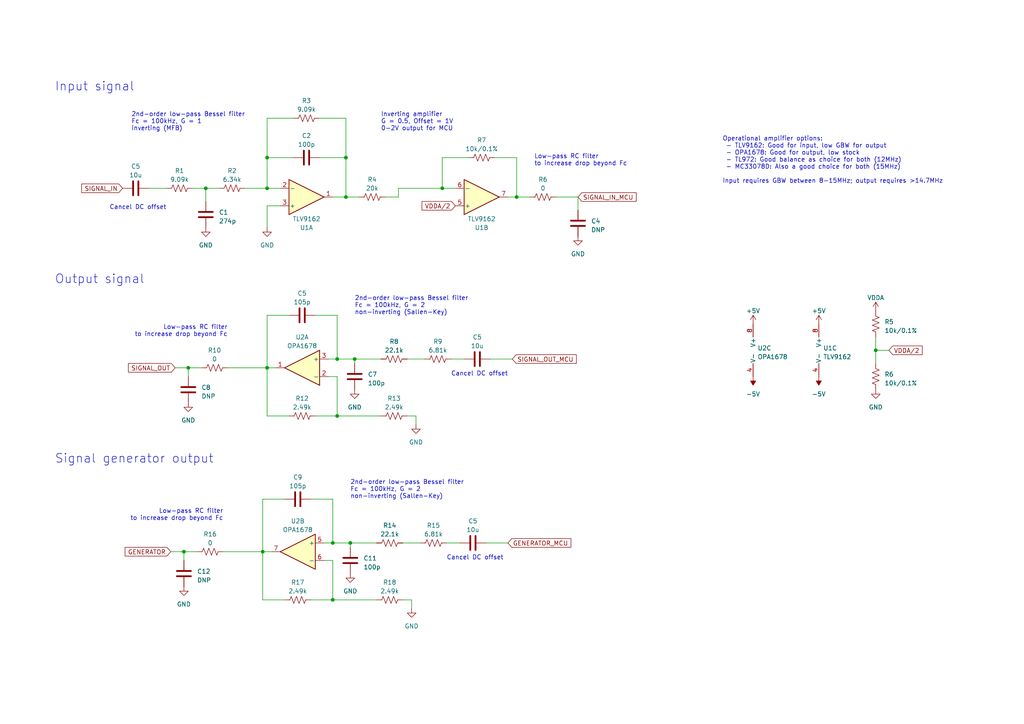
<source format=kicad_sch>
(kicad_sch (version 20230121) (generator eeschema)
  (paper "A4")
  (title_block (title "Analog signal transformation") (date "2023-08-08") (company "bitgloo") (comment 1 "Released under the CERN Open Hardware Licence Version 2 - Strongly Reciprocal"))
  (lib_symbols
    (symbol "Amplifier_Operational:TLV9062xD" (pin_names (offset 0.127))
      (property "Reference" "U" (at 2.54 6.35 0))
      (property "Value" "TLV9062xD" (at 2.54 3.81 0))
      (symbol "TLV9062xD_1_1"
        (polyline (pts (xy 5.08 0) (xy -5.08 5.08) (xy -5.08 -5.08) (xy 5.08 0)) (stroke (width 0.254)) (fill (type background)))
        (pin output line (at 7.62 0 180) (length 2.54) (name "~") (number "1"))
        (pin input line (at -7.62 -2.54 0) (length 2.54) (name "-") (number "2"))
        (pin input line (at -7.62 2.54 0) (length 2.54) (name "+") (number "3"))
      )
      (symbol "TLV9062xD_2_1"
        (polyline (pts (xy 5.08 0) (xy -5.08 5.08) (xy -5.08 -5.08) (xy 5.08 0)) (stroke (width 0.254)) (fill (type background)))
        (pin input line (at -7.62 2.54 0) (length 2.54) (name "+") (number "5"))
        (pin input line (at -7.62 -2.54 0) (length 2.54) (name "-") (number "6"))
        (pin output line (at 7.62 0 180) (length 2.54) (name "~") (number "7"))
      )
      (symbol "TLV9062xD_3_1"
        (pin power_in line (at 0 -7.62 90) (length 3.81) (name "V-") (number "4"))
        (pin power_in line (at 0 7.62 270) (length 3.81) (name "V+") (number "8"))
      )
    )
    (symbol "Device:C" (pin_numbers hide) (pin_names (offset 0.254))
      (property "Reference" "C" (at 0.635 2.54 0))
      (property "Value" "C" (at 0.635 -2.54 0))
      (symbol "C_0_1"
        (polyline (pts (xy -2.032 -0.762) (xy 2.032 -0.762)) (stroke (width 0.508)))
        (polyline (pts (xy -2.032 0.762) (xy 2.032 0.762)) (stroke (width 0.508)))
      )
      (symbol "C_1_1"
        (pin passive line (at 0 3.81 270) (length 2.794) (name "~") (number "1"))
        (pin passive line (at 0 -3.81 90) (length 2.794) (name "~") (number "2"))
      )
    )
    (symbol "Device:R_US" (pin_numbers hide) (pin_names (offset 0))
      (property "Reference" "R" (at 2.54 0 90))
      (property "Value" "R_US" (at -2.54 0 90))
      (symbol "R_US_0_1"
        (polyline (pts (xy 0 -2.286) (xy 0 -2.54)))
        (polyline (pts (xy 0 2.286) (xy 0 2.54)))
        (polyline (pts (xy 0 -0.762) (xy 1.016 -1.143) (xy 0 -1.524) (xy -1.016 -1.905) (xy 0 -2.286)))
        (polyline (pts (xy 0 0.762) (xy 1.016 0.381) (xy 0 0) (xy -1.016 -0.381) (xy 0 -0.762)))
        (polyline (pts (xy 0 2.286) (xy 1.016 1.905) (xy 0 1.524) (xy -1.016 1.143) (xy 0 0.762)))
      )
      (symbol "R_US_1_1"
        (pin passive line (at 0 3.81 270) (length 1.27) (name "~") (number "1"))
        (pin passive line (at 0 -3.81 90) (length 1.27) (name "~") (number "2"))
      )
    )
    (symbol "power:+5V" (power) (pin_names (offset 0))
      (property "Value" "+5V" (at 0 3.556 0))
      (symbol "+5V_0_1"
        (polyline (pts (xy -0.762 1.27) (xy 0 2.54)))
        (polyline (pts (xy 0 0) (xy 0 2.54)))
        (polyline (pts (xy 0 2.54) (xy 0.762 1.27)))
      )
      (symbol "+5V_1_1"
        (pin power_in line (at 0 0 90) (length 0) hide (name "+5V") (number "1"))
      )
    )
    (symbol "power:-5V" (power) (pin_names (offset 0))
      (property "Value" "-5V" (at 0 3.81 0))
      (symbol "-5V_0_0"
        (pin power_in line (at 0 0 90) (length 0) hide (name "-5V") (number "1"))
      )
      (symbol "-5V_0_1"
        (polyline (pts (xy 0 0) (xy 0 1.27) (xy 0.762 1.27) (xy 0 2.54) (xy -0.762 1.27) (xy 0 1.27)) (fill (type outline)))
      )
    )
    (symbol "power:GND" (power) (pin_names (offset 0))
      (property "Value" "GND" (at 0 -3.81 0))
      (symbol "GND_0_1"
        (polyline (pts (xy 0 0) (xy 0 -1.27) (xy 1.27 -1.27) (xy 0 -2.54) (xy -1.27 -1.27) (xy 0 -1.27)))
      )
      (symbol "GND_1_1"
        (pin power_in line (at 0 0 270) (length 0) hide (name "GND") (number "1"))
      )
    )
    (symbol "power:VDDA" (power) (pin_names (offset 0))
      (property "Value" "VDDA" (at 0 3.81 0))
      (symbol "VDDA_0_1"
        (polyline (pts (xy -0.762 1.27) (xy 0 2.54)))
        (polyline (pts (xy 0 0) (xy 0 2.54)))
        (polyline (pts (xy 0 2.54) (xy 0.762 1.27)))
      )
      (symbol "VDDA_1_1"
        (pin power_in line (at 0 0 90) (length 0) hide (name "VDDA") (number "1"))
      )
    )
  )
  (junction (at 76.2 160.02))
  (junction (at 96.52 173.99))
  (junction (at 254 101.6))
  (junction (at 77.47 45.72))
  (junction (at 97.79 104.14))
  (junction (at 102.87 104.14))
  (junction (at 77.47 106.68))
  (junction (at 100.33 45.72))
  (junction (at 149.86 57.15))
  (junction (at 54.61 106.68))
  (junction (at 128.27 54.61))
  (junction (at 97.79 120.65))
  (junction (at 101.6 157.48))
  (junction (at 100.33 57.15))
  (junction (at 77.47 54.61))
  (junction (at 53.34 160.02))
  (junction (at 96.52 157.48))
  (junction (at 59.69 54.61))
  (wire (pts (xy 128.27 54.61) (xy 115.57 54.61)))
  (wire (pts (xy 57.15 160.02) (xy 53.34 160.02)))
  (wire (pts (xy 161.29 57.15) (xy 167.64 57.15)))
  (wire (pts (xy 129.54 157.48) (xy 133.35 157.48)))
  (wire (pts (xy 140.97 157.48) (xy 147.32 157.48)))
  (wire (pts (xy 55.88 54.61) (xy 59.69 54.61)))
  (wire (pts (xy 147.32 57.15) (xy 149.86 57.15)))
  (wire (pts (xy 77.47 106.68) (xy 77.47 120.65)))
  (wire (pts (xy 119.38 176.53) (xy 119.38 173.99)))
  (wire (pts (xy 100.33 34.29) (xy 100.33 45.72)))
  (wire (pts (xy 43.18 54.61) (xy 48.26 54.61)))
  (wire (pts (xy 142.24 104.14) (xy 148.59 104.14)))
  (wire (pts (xy 77.47 106.68) (xy 77.47 91.44)))
  (wire (pts (xy 97.79 104.14) (xy 102.87 104.14)))
  (wire (pts (xy 81.28 59.69) (xy 77.47 59.69)))
  (wire (pts (xy 96.52 157.48) (xy 96.52 144.78)))
  (wire (pts (xy 85.09 45.72) (xy 77.47 45.72)))
  (wire (pts (xy 254 101.6) (xy 254 105.41)))
  (wire (pts (xy 102.87 104.14) (xy 102.87 105.41)))
  (wire (pts (xy 58.42 106.68) (xy 54.61 106.68)))
  (wire (pts (xy 53.34 160.02) (xy 53.34 162.56)))
  (wire (pts (xy 50.8 106.68) (xy 54.61 106.68)))
  (wire (pts (xy 101.6 157.48) (xy 109.22 157.48)))
  (wire (pts (xy 54.61 106.68) (xy 54.61 109.22)))
  (wire (pts (xy 115.57 54.61) (xy 115.57 57.15)))
  (wire (pts (xy 97.79 120.65) (xy 110.49 120.65)))
  (wire (pts (xy 64.77 160.02) (xy 76.2 160.02)))
  (wire (pts (xy 77.47 120.65) (xy 83.82 120.65)))
  (wire (pts (xy 76.2 173.99) (xy 82.55 173.99)))
  (wire (pts (xy 76.2 160.02) (xy 76.2 144.78)))
  (wire (pts (xy 101.6 157.48) (xy 101.6 158.75)))
  (wire (pts (xy 130.81 104.14) (xy 134.62 104.14)))
  (wire (pts (xy 66.04 106.68) (xy 77.47 106.68)))
  (wire (pts (xy 120.65 123.19) (xy 120.65 120.65)))
  (wire (pts (xy 76.2 144.78) (xy 82.55 144.78)))
  (wire (pts (xy 77.47 34.29) (xy 77.47 45.72)))
  (wire (pts (xy 96.52 173.99) (xy 109.22 173.99)))
  (wire (pts (xy 167.64 60.96) (xy 167.64 57.15)))
  (wire (pts (xy 49.53 160.02) (xy 53.34 160.02)))
  (wire (pts (xy 96.52 162.56) (xy 96.52 173.99)))
  (wire (pts (xy 93.98 157.48) (xy 96.52 157.48)))
  (wire (pts (xy 119.38 173.99) (xy 116.84 173.99)))
  (wire (pts (xy 149.86 57.15) (xy 153.67 57.15)))
  (wire (pts (xy 100.33 45.72) (xy 100.33 57.15)))
  (wire (pts (xy 149.86 45.72) (xy 149.86 57.15)))
  (wire (pts (xy 254 101.6) (xy 257.81 101.6)))
  (wire (pts (xy 95.25 104.14) (xy 97.79 104.14)))
  (wire (pts (xy 96.52 57.15) (xy 100.33 57.15)))
  (wire (pts (xy 59.69 54.61) (xy 59.69 58.42)))
  (wire (pts (xy 96.52 157.48) (xy 101.6 157.48)))
  (wire (pts (xy 120.65 120.65) (xy 118.11 120.65)))
  (wire (pts (xy 76.2 160.02) (xy 78.74 160.02)))
  (wire (pts (xy 96.52 144.78) (xy 90.17 144.78)))
  (wire (pts (xy 77.47 54.61) (xy 81.28 54.61)))
  (wire (pts (xy 132.08 54.61) (xy 128.27 54.61)))
  (wire (pts (xy 77.47 106.68) (xy 80.01 106.68)))
  (wire (pts (xy 77.47 59.69) (xy 77.47 66.04)))
  (wire (pts (xy 254 97.79) (xy 254 101.6)))
  (wire (pts (xy 111.76 57.15) (xy 115.57 57.15)))
  (wire (pts (xy 118.11 104.14) (xy 123.19 104.14)))
  (wire (pts (xy 95.25 109.22) (xy 97.79 109.22)))
  (wire (pts (xy 100.33 57.15) (xy 104.14 57.15)))
  (wire (pts (xy 85.09 34.29) (xy 77.47 34.29)))
  (wire (pts (xy 128.27 45.72) (xy 128.27 54.61)))
  (wire (pts (xy 77.47 91.44) (xy 83.82 91.44)))
  (wire (pts (xy 116.84 157.48) (xy 121.92 157.48)))
  (wire (pts (xy 93.98 162.56) (xy 96.52 162.56)))
  (wire (pts (xy 71.12 54.61) (xy 77.47 54.61)))
  (wire (pts (xy 102.87 104.14) (xy 110.49 104.14)))
  (wire (pts (xy 77.47 45.72) (xy 77.47 54.61)))
  (wire (pts (xy 92.71 34.29) (xy 100.33 34.29)))
  (wire (pts (xy 91.44 120.65) (xy 97.79 120.65)))
  (wire (pts (xy 97.79 104.14) (xy 97.79 91.44)))
  (wire (pts (xy 97.79 109.22) (xy 97.79 120.65)))
  (wire (pts (xy 90.17 173.99) (xy 96.52 173.99)))
  (wire (pts (xy 135.89 45.72) (xy 128.27 45.72)))
  (wire (pts (xy 59.69 54.61) (xy 63.5 54.61)))
  (wire (pts (xy 143.51 45.72) (xy 149.86 45.72)))
  (wire (pts (xy 97.79 91.44) (xy 91.44 91.44)))
  (wire (pts (xy 76.2 160.02) (xy 76.2 173.99)))
  (wire (pts (xy 92.71 45.72) (xy 100.33 45.72)))
  (text "Cancel DC offset" (at 31.75 60.96 0) (effects (font (size 1.27 1.27)) (justify left bottom)))
  (text "2nd-order low-pass Bessel filter\nFc = 100kHz, G = 2\nnon-inverting (Sallen-Key)" (at 102.87 91.44 0) (effects (font (size 1.27 1.27)) (justify left bottom)))
  (text "Operational amplifier options:\n - TLV9162: Good for input, low GBW for output\n - OPA1678: Good for output, low stock\n - TL972: Good balance as choice for both (12MHz)\n - MC33078D: Also a good choice for both (15MHz)\n\nInput requires GBW between 8-15MHz; output requires >14.7MHz" (at 209.55 53.34 0) (effects (font (size 1.27 1.27)) (justify left bottom)))
  (text "Low-pass RC filter\nto increase drop beyond Fc" (at 154.94 48.26 0) (effects (font (size 1.27 1.27)) (justify left bottom)))
  (text "2nd-order low-pass Bessel filter\nFc = 100kHz, G = 1\ninverting (MFB)" (at 38.1 38.1 0) (effects (font (size 1.27 1.27)) (justify left bottom)))
  (text "Cancel DC offset" (at 129.54 162.56 0) (effects (font (size 1.27 1.27)) (justify left bottom)))
  (text "Cancel DC offset" (at 130.81 109.22 0) (effects (font (size 1.27 1.27)) (justify left bottom)))
  (text "Inverting amplifier\nG = 0.5, Offset = 1V\n0-2V output for MCU" (at 110.49 38.1 0) (effects (font (size 1.27 1.27)) (justify left bottom)))
  (text "Signal generator output" (at 15.875 134.62 0) (effects (font (size 2.54 2.54)) (justify left bottom)))
  (text "2nd-order low-pass Bessel filter\nFc = 100kHz, G = 2\nnon-inverting (Sallen-Key)" (at 101.6 144.78 0) (effects (font (size 1.27 1.27)) (justify left bottom)))
  (text "Low-pass RC filter\nto increase drop beyond Fc" (at 66.04 97.79 0) (effects (font (size 1.27 1.27)) (justify right bottom)))
  (text "Input signal" (at 15.875 26.67 0) (effects (font (size 2.54 2.54)) (justify left bottom)))
  (text "Low-pass RC filter\nto increase drop beyond Fc" (at 64.77 151.13 0) (effects (font (size 1.27 1.27)) (justify right bottom)))
  (text "Output signal" (at 15.875 82.55 0) (effects (font (size 2.54 2.54)) (justify left bottom)))
  (global_label "GENERATOR" (shape input) (at 49.53 160.02 180) (property "Intersheetrefs" "${INTERSHEET_REFS}" (effects hide)))
  (global_label "SIGNAL_IN_MCU" (shape input) (at 167.64 57.15 0) (property "Intersheetrefs" "${INTERSHEET_REFS}" (effects hide)))
  (global_label "VDDA{slash}2" (shape input) (at 257.81 101.6 0) (property "Intersheetrefs" "${INTERSHEET_REFS}" (effects hide)))
  (global_label "GENERATOR_MCU" (shape input) (at 147.32 157.48 0) (property "Intersheetrefs" "${INTERSHEET_REFS}" (effects hide)))
  (global_label "SIGNAL_OUT_MCU" (shape input) (at 148.59 104.14 0) (property "Intersheetrefs" "${INTERSHEET_REFS}" (effects hide)))
  (global_label "VDDA{slash}2" (shape input) (at 132.08 59.69 180) (property "Intersheetrefs" "${INTERSHEET_REFS}" (effects hide)))
  (global_label "SIGNAL_IN" (shape input) (at 35.56 54.61 180) (property "Intersheetrefs" "${INTERSHEET_REFS}" (effects hide)))
  (global_label "SIGNAL_OUT" (shape input) (at 50.8 106.68 180) (property "Intersheetrefs" "${INTERSHEET_REFS}" (effects hide)))
  (symbol (lib_id "power:GND") (at 102.87 113.03 0) (unit 1)
    (property "Reference" "#PWR02" (effects hide))
    (property "Value" "GND" (at 102.87 118.11 0))
    (instances (project "DSP PAW add-on board" (path "" (reference "#PWR02") (unit 1)) (path "" (reference "#PWR09") (unit 1))))
  )
  (symbol (lib_id "Device:R_US") (at 107.95 57.15 90) (unit 1)
    (property "Reference" "R4" (at 107.95 52.07 90))
    (property "Value" "20k" (at 107.95 54.61 90))
    (property "Footprint" "Resistor_SMD:R_0603_1608Metric" (effects hide))
    (property "Part Number" "RT0603DRE0720KL" (effects hide))
    (instances (project "DSP PAW add-on board" (path "" (reference "R4") (unit 1)) (path "" (reference "R5") (unit 1))))
  )
  (symbol (lib_id "Device:R_US") (at 86.36 173.99 90) (unit 1)
    (property "Reference" "R17" (at 86.36 168.91 90))
    (property "Value" "2.49k" (at 86.36 171.45 90))
    (property "Footprint" "Resistor_SMD:R_0603_1608Metric" (effects hide))
    (property "Part Number" "RT0603DRE072K49L" (effects hide))
  )
  (symbol (lib_id "Amplifier_Operational:TLV9062xD") (at 86.36 160.02 0) (mirror y) (unit 2)
    (property "Reference" "U2" (at 86.36 151.13 0))
    (property "Value" "OPA1678" (at 86.36 153.67 0))
    (property "Footprint" "Package_SO:SOIC-8_3.9x4.9mm_P1.27mm" (effects hide))
    (property "Part Number" "OPA1652AID" (effects hide))
  )
  (symbol (lib_id "Amplifier_Operational:TLV9062xD") (at 218.44 101.6 0) (unit 3)
    (property "Reference" "U2" (at 219.71 100.965 0) (effects (justify left)))
    (property "Value" "OPA1678" (at 219.71 103.505 0) (effects (justify left)))
    (property "Footprint" "Package_SO:SOIC-8_3.9x4.9mm_P1.27mm" (effects hide))
    (property "Part Number" "OPA1652AID" (effects hide))
  )
  (symbol (lib_id "power:GND") (at 59.69 66.04 0) (unit 1)
    (property "Reference" "#PWR01" (effects hide))
    (property "Value" "GND" (at 59.69 71.12 0))
  )
  (symbol (lib_id "Device:C") (at 59.69 62.23 0) (unit 1)
    (property "Reference" "C1" (at 63.5 61.595 0) (effects (justify left)))
    (property "Value" "274p" (at 63.5 64.135 0) (effects (justify left)))
    (property "Footprint" "Capacitor_SMD:C_0603_1608Metric" (effects hide))
    (property "Part Number" "CC0603KRX7R9BB271" (effects hide))
    (instances (project "DSP PAW add-on board" (path "" (reference "C1") (unit 1)) (path "" (reference "C3") (unit 1))))
  )
  (symbol (lib_id "power:GND") (at 167.64 68.58 0) (unit 1)
    (property "Reference" "#PWR02" (effects hide))
    (property "Value" "GND" (at 167.64 73.66 0))
    (instances (project "DSP PAW add-on board" (path "" (reference "#PWR02") (unit 1)) (path "" (reference "#PWR03") (unit 1))))
  )
  (symbol (lib_id "power:-5V") (at 237.49 109.22 180) (unit 1)
    (property "Reference" "#PWR08" (effects hide))
    (property "Value" "-5V" (at 237.49 114.3 0))
  )
  (symbol (lib_id "power:GND") (at 101.6 166.37 0) (unit 1)
    (property "Reference" "#PWR02" (effects hide))
    (property "Value" "GND" (at 101.6 171.45 0))
    (instances (project "DSP PAW add-on board" (path "" (reference "#PWR02") (unit 1)) (path "" (reference "#PWR013") (unit 1))))
  )
  (symbol (lib_id "Device:R_US") (at 52.07 54.61 90) (unit 1)
    (property "Reference" "R1" (at 52.07 49.53 90))
    (property "Value" "9.09k" (at 52.07 52.07 90))
    (property "Footprint" "Resistor_SMD:R_0603_1608Metric" (effects hide))
    (property "Part Number" "RT0603DRE079K09L" (effects hide))
    (instances (project "DSP PAW add-on board" (path "" (reference "R1") (unit 1)) (path "" (reference "R3") (unit 1))))
  )
  (symbol (lib_id "Device:R_US") (at 127 104.14 90) (unit 1)
    (property "Reference" "R9" (at 127 99.06 90))
    (property "Value" "6.81k" (at 127 101.6 90))
    (property "Footprint" "Resistor_SMD:R_0603_1608Metric" (effects hide))
    (property "Part Number" "RT0603DRE076K81L" (effects hide))
  )
  (symbol (lib_id "Device:R_US") (at 87.63 120.65 90) (unit 1)
    (property "Reference" "R12" (at 87.63 115.57 90))
    (property "Value" "2.49k" (at 87.63 118.11 90))
    (property "Footprint" "Resistor_SMD:R_0603_1608Metric" (effects hide))
    (property "Part Number" "RT0603DRE072K49L" (effects hide))
  )
  (symbol (lib_id "power:GND") (at 254 113.03 0) (unit 1)
    (property "Reference" "#PWR05" (effects hide))
    (property "Value" "GND" (at 254 118.11 0))
    (instances (project "DSP PAW add-on board" (path "" (reference "#PWR05") (unit 1)) (path "" (reference "#PWR010") (unit 1))))
  )
  (symbol (lib_id "Device:C") (at 53.34 166.37 180) (unit 1)
    (property "Reference" "C12" (at 57.15 165.735 0) (effects (justify right)))
    (property "Value" "DNP" (at 57.15 168.275 0) (effects (justify right)))
    (property "Footprint" "Capacitor_SMD:C_0603_1608Metric" (effects hide))
  )
  (symbol (lib_id "Amplifier_Operational:TLV9062xD") (at 87.63 106.68 0) (mirror y) (unit 1)
    (property "Reference" "U2" (at 87.63 97.79 0))
    (property "Value" "OPA1678" (at 87.63 100.33 0))
    (property "Footprint" "Package_SO:SOIC-8_3.9x4.9mm_P1.27mm" (effects hide))
    (property "Part Number" "OPA1652AID" (effects hide))
  )
  (symbol (lib_id "Device:C") (at 54.61 113.03 180) (unit 1)
    (property "Reference" "C8" (at 58.42 112.395 0) (effects (justify right)))
    (property "Value" "DNP" (at 58.42 114.935 0) (effects (justify right)))
    (property "Footprint" "Capacitor_SMD:C_0603_1608Metric" (effects hide))
  )
  (symbol (lib_id "Device:C") (at 88.9 45.72 90) (unit 1)
    (property "Reference" "C2" (at 88.9 39.37 90))
    (property "Value" "100p" (at 88.9 41.91 90))
    (property "Footprint" "Capacitor_SMD:C_0603_1608Metric" (effects hide))
    (property "Part Number" "CC0603KPX7R9BB101" (effects hide))
    (instances (project "DSP PAW add-on board" (path "" (reference "C2") (unit 1)) (path "" (reference "C1") (unit 1))))
  )
  (symbol (lib_id "Device:C") (at 102.87 109.22 0) (unit 1)
    (property "Reference" "C7" (at 106.68 108.585 0) (effects (justify left)))
    (property "Value" "100p" (at 106.68 111.125 0) (effects (justify left)))
    (property "Footprint" "Capacitor_SMD:C_0603_1608Metric" (effects hide))
    (property "Part Number" "CC0603KPX7R9BB101" (effects hide))
  )
  (symbol (lib_id "power:GND") (at 77.47 66.04 0) (unit 1)
    (property "Reference" "#PWR02" (effects hide))
    (property "Value" "GND" (at 77.47 71.12 0))
  )
  (symbol (lib_id "Device:C") (at 87.63 91.44 90) (unit 1)
    (property "Reference" "C5" (at 87.63 85.09 90))
    (property "Value" "105p" (at 87.63 87.63 90))
    (property "Footprint" "Capacitor_SMD:C_0603_1608Metric" (effects hide))
    (property "Part Number" "CC0603KPX7R9BB101" (effects hide))
  )
  (symbol (lib_id "Device:R_US") (at 67.31 54.61 90) (unit 1)
    (property "Reference" "R2" (at 67.31 49.53 90))
    (property "Value" "6.34k" (at 67.31 52.07 90))
    (property "Footprint" "Resistor_SMD:R_0603_1608Metric" (effects hide))
    (property "Part Number" "RT0603DRE076K34L" (effects hide))
    (instances (project "DSP PAW add-on board" (path "" (reference "R2") (unit 1)) (path "" (reference "R4") (unit 1))))
  )
  (symbol (lib_id "Device:R_US") (at 62.23 106.68 90) (unit 1)
    (property "Reference" "R10" (at 62.23 101.6 90))
    (property "Value" "0" (at 62.23 104.14 90))
    (property "Footprint" "Resistor_SMD:R_0603_1608Metric" (effects hide))
    (property "Part Number" "RMCF0603ZT0R00" (effects hide))
  )
  (symbol (lib_id "power:VDDA") (at 254 90.17 0) (unit 1)
    (property "Reference" "#PWR06" (effects hide))
    (property "Value" "VDDA" (at 254 86.36 0))
    (instances (project "DSP PAW add-on board" (path "" (reference "#PWR06") (unit 1)) (path "" (reference "#PWR04") (unit 1))))
  )
  (symbol (lib_id "Device:R_US") (at 125.73 157.48 90) (unit 1)
    (property "Reference" "R15" (at 125.73 152.4 90))
    (property "Value" "6.81k" (at 125.73 154.94 90))
    (property "Footprint" "Resistor_SMD:R_0603_1608Metric" (effects hide))
    (property "Part Number" "RT0603DRE076K81L" (effects hide))
  )
  (symbol (lib_id "power:+5V") (at 218.44 93.98 0) (unit 1)
    (property "Reference" "#PWR07" (effects hide))
    (property "Value" "+5V" (at 218.44 90.17 0))
    (instances (project "DSP PAW add-on board" (path "" (reference "#PWR07") (unit 1)) (path "" (reference "#PWR05") (unit 1))))
  )
  (symbol (lib_id "Device:C") (at 101.6 162.56 0) (unit 1)
    (property "Reference" "C11" (at 105.41 161.925 0) (effects (justify left)))
    (property "Value" "100p" (at 105.41 164.465 0) (effects (justify left)))
    (property "Footprint" "Capacitor_SMD:C_0603_1608Metric" (effects hide))
    (property "Part Number" "CC0603KPX7R9BB101" (effects hide))
  )
  (symbol (lib_id "Device:R_US") (at 139.7 45.72 90) (unit 1)
    (property "Reference" "R7" (at 139.7 40.64 90))
    (property "Value" "10k/0.1%" (at 139.7 43.18 90))
    (property "Footprint" "Resistor_SMD:R_0603_1608Metric" (effects hide))
    (property "Part Number" "RN73R1JTTD1002B25" (effects hide))
    (instances (project "DSP PAW add-on board" (path "" (reference "R7") (unit 1)) (path "" (reference "R2") (unit 1))))
  )
  (symbol (lib_id "power:+5V") (at 237.49 93.98 0) (unit 1)
    (property "Reference" "#PWR07" (effects hide))
    (property "Value" "+5V" (at 237.49 90.17 0))
    (instances (project "DSP PAW add-on board" (path "" (reference "#PWR07") (unit 1)) (path "" (reference "#PWR06") (unit 1))))
  )
  (symbol (lib_id "Device:C") (at 167.64 64.77 0) (unit 1)
    (property "Reference" "C4" (at 171.45 64.135 0) (effects (justify left)))
    (property "Value" "DNP" (at 171.45 66.675 0) (effects (justify left)))
    (property "Footprint" "Capacitor_SMD:C_0603_1608Metric" (effects hide))
  )
  (symbol (lib_id "Amplifier_Operational:TLV9062xD") (at 237.49 101.6 0) (unit 3)
    (property "Reference" "U1" (at 238.76 100.965 0) (effects (justify left)))
    (property "Value" "TLV9162" (at 238.76 103.505 0) (effects (justify left)))
    (property "Footprint" "Package_SO:SOIC-8_3.9x4.9mm_P1.27mm" (effects hide))
    (property "Datasheet" "https://www.ti.com/lit/ds/symlink/tlv9162.pdf" (effects hide))
    (property "Part Number" "TLV9162IDR" (effects hide))
  )
  (symbol (lib_id "power:GND") (at 53.34 170.18 0) (unit 1)
    (property "Reference" "#PWR01" (effects hide))
    (property "Value" "GND" (at 53.34 175.26 0))
    (instances (project "DSP PAW add-on board" (path "" (reference "#PWR01") (unit 1)) (path "" (reference "#PWR014") (unit 1))))
  )
  (symbol (lib_id "power:-5V") (at 218.44 109.22 180) (unit 1)
    (property "Reference" "#PWR08" (effects hide))
    (property "Value" "-5V" (at 218.44 114.3 0))
    (instances (project "DSP PAW add-on board" (path "" (reference "#PWR08") (unit 1)) (path "" (reference "#PWR07") (unit 1))))
  )
  (symbol (lib_id "Device:R_US") (at 60.96 160.02 90) (unit 1)
    (property "Reference" "R16" (at 60.96 154.94 90))
    (property "Value" "0" (at 60.96 157.48 90))
    (property "Footprint" "Resistor_SMD:R_0603_1608Metric" (effects hide))
    (property "Part Number" "RMCF0603ZT0R00" (effects hide))
  )
  (symbol (lib_id "Device:R_US") (at 114.3 104.14 90) (unit 1)
    (property "Reference" "R8" (at 114.3 99.06 90))
    (property "Value" "22.1k" (at 114.3 101.6 90))
    (property "Footprint" "Resistor_SMD:R_0603_1608Metric" (effects hide))
    (property "Part Number" "RT0603DRE0722K1L" (effects hide))
  )
  (symbol (lib_id "Device:C") (at 137.16 157.48 90) (unit 1)
    (property "Reference" "C5" (at 137.16 151.13 90))
    (property "Value" "10u" (at 137.16 153.67 90))
    (property "Footprint" "Capacitor_SMD:C_0805_2012Metric" (effects hide))
    (property "Part Number" "CL21A106KOQNNNE" (effects hide))
    (instances (project "DSP PAW add-on board" (path "" (reference "C5") (unit 1)) (path "" (reference "C10") (unit 1))))
  )
  (symbol (lib_id "power:GND") (at 120.65 123.19 0) (unit 1)
    (property "Reference" "#PWR02" (effects hide))
    (property "Value" "GND" (at 120.65 128.27 0))
    (instances (project "DSP PAW add-on board" (path "" (reference "#PWR02") (unit 1)) (path "" (reference "#PWR012") (unit 1))))
  )
  (symbol (lib_id "power:GND") (at 119.38 176.53 0) (unit 1)
    (property "Reference" "#PWR02" (effects hide))
    (property "Value" "GND" (at 119.38 181.61 0))
    (instances (project "DSP PAW add-on board" (path "" (reference "#PWR02") (unit 1)) (path "" (reference "#PWR015") (unit 1))))
  )
  (symbol (lib_id "Device:R_US") (at 254 109.22 180) (unit 1)
    (property "Reference" "R6" (at 256.54 108.585 0) (effects (justify right)))
    (property "Value" "10k/0.1%" (at 256.54 111.125 0) (effects (justify right)))
    (property "Footprint" "Resistor_SMD:R_0603_1608Metric" (effects hide))
    (property "Part Number" "RN73R1JTTD1002B25" (effects hide))
    (instances (project "DSP PAW add-on board" (path "" (reference "R6") (unit 1)) (path "" (reference "R11") (unit 1))))
  )
  (symbol (lib_id "Amplifier_Operational:TLV9062xD") (at 139.7 57.15 0) (mirror x) (unit 2)
    (property "Reference" "U1" (at 139.7 66.04 0))
    (property "Value" "TLV9162" (at 139.7 63.5 0))
    (property "Footprint" "Package_SO:SOIC-8_3.9x4.9mm_P1.27mm" (effects hide))
    (property "Datasheet" "https://www.ti.com/lit/ds/symlink/tlv9162.pdf" (effects hide))
    (property "Part Number" "TLV9162IDR" (effects hide))
  )
  (symbol (lib_id "Device:R_US") (at 113.03 157.48 90) (unit 1)
    (property "Reference" "R14" (at 113.03 152.4 90))
    (property "Value" "22.1k" (at 113.03 154.94 90))
    (property "Footprint" "Resistor_SMD:R_0603_1608Metric" (effects hide))
    (property "Part Number" "RT0603DRE0722K1L" (effects hide))
  )
  (symbol (lib_id "Device:C") (at 138.43 104.14 90) (unit 1)
    (property "Reference" "C5" (at 138.43 97.79 90))
    (property "Value" "10u" (at 138.43 100.33 90))
    (property "Footprint" "Capacitor_SMD:C_0805_2012Metric" (effects hide))
    (property "Part Number" "CL21A106KOQNNNE" (effects hide))
    (instances (project "DSP PAW add-on board" (path "" (reference "C5") (unit 1)) (path "" (reference "C6") (unit 1))))
  )
  (symbol (lib_id "Device:R_US") (at 157.48 57.15 90) (unit 1)
    (property "Reference" "R6" (at 157.48 52.07 90))
    (property "Value" "0" (at 157.48 54.61 90))
    (property "Footprint" "Resistor_SMD:R_0603_1608Metric" (effects hide))
    (property "Part Number" "RMCF0603ZT0R00" (effects hide))
  )
  (symbol (lib_id "power:GND") (at 54.61 116.84 0) (unit 1)
    (property "Reference" "#PWR01" (effects hide))
    (property "Value" "GND" (at 54.61 121.92 0))
    (instances (project "DSP PAW add-on board" (path "" (reference "#PWR01") (unit 1)) (path "" (reference "#PWR011") (unit 1))))
  )
  (symbol (lib_id "Device:C") (at 39.37 54.61 90) (unit 1)
    (property "Reference" "C5" (at 39.37 48.26 90))
    (property "Value" "10u" (at 39.37 50.8 90))
    (property "Footprint" "Capacitor_SMD:C_0805_2012Metric" (effects hide))
    (property "Part Number" "CL21A106KOQNNNE" (effects hide))
    (instances (project "DSP PAW add-on board" (path "" (reference "C5") (unit 1)) (path "" (reference "C2") (unit 1))))
  )
  (symbol (lib_id "Device:R_US") (at 113.03 173.99 90) (unit 1)
    (property "Reference" "R18" (at 113.03 168.91 90))
    (property "Value" "2.49k" (at 113.03 171.45 90))
    (property "Footprint" "Resistor_SMD:R_0603_1608Metric" (effects hide))
    (property "Part Number" "RT0603DRE072K49L" (effects hide))
  )
  (symbol (lib_id "Amplifier_Operational:TLV9062xD") (at 88.9 57.15 0) (mirror x) (unit 1)
    (property "Reference" "U1" (at 88.9 66.04 0))
    (property "Value" "TLV9162" (at 88.9 63.5 0))
    (property "Footprint" "Package_SO:SOIC-8_3.9x4.9mm_P1.27mm" (effects hide))
    (property "Datasheet" "https://www.ti.com/lit/ds/symlink/tlv9162.pdf" (effects hide))
    (property "Part Number" "TLV9162IDR" (effects hide))
  )
  (symbol (lib_id "Device:R_US") (at 254 93.98 180) (unit 1)
    (property "Reference" "R5" (at 256.54 93.345 0) (effects (justify right)))
    (property "Value" "10k/0.1%" (at 256.54 95.885 0) (effects (justify right)))
    (property "Footprint" "Resistor_SMD:R_0603_1608Metric" (effects hide))
    (property "Part Number" "RN73R1JTTD1002B25" (effects hide))
    (instances (project "DSP PAW add-on board" (path "" (reference "R5") (unit 1)) (path "" (reference "R7") (unit 1))))
  )
  (symbol (lib_id "Device:R_US") (at 114.3 120.65 90) (unit 1)
    (property "Reference" "R13" (at 114.3 115.57 90))
    (property "Value" "2.49k" (at 114.3 118.11 90))
    (property "Footprint" "Resistor_SMD:R_0603_1608Metric" (effects hide))
    (property "Part Number" "RT0603DRE072K49L" (effects hide))
  )
  (symbol (lib_id "Device:C") (at 86.36 144.78 90) (unit 1)
    (property "Reference" "C9" (at 86.36 138.43 90))
    (property "Value" "105p" (at 86.36 140.97 90))
    (property "Footprint" "Capacitor_SMD:C_0603_1608Metric" (effects hide))
    (property "Part Number" "CC0603KPX7R9BB101" (effects hide))
  )
  (symbol (lib_id "Device:R_US") (at 88.9 34.29 90) (unit 1)
    (property "Reference" "R3" (at 88.9 29.21 90))
    (property "Value" "9.09k" (at 88.9 31.75 90))
    (property "Footprint" "Resistor_SMD:R_0603_1608Metric" (effects hide))
    (property "Part Number" "RT0603DRE079K09L" (effects hide))
    (instances (project "DSP PAW add-on board" (path "" (reference "R3") (unit 1)) (path "" (reference "R1") (unit 1))))
  )
)
</source>
